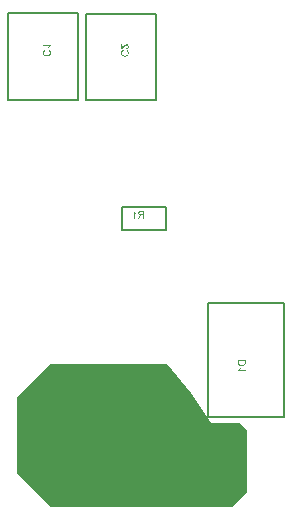
<source format=gbr>
G04*
G04 #@! TF.GenerationSoftware,Altium Limited,Altium Designer,23.10.1 (27)*
G04*
G04 Layer_Color=8388736*
%FSLAX42Y42*%
%MOMM*%
G71*
G04*
G04 #@! TF.SameCoordinates,D45A84C9-24EE-431E-81B0-E16C7BED9CBD*
G04*
G04*
G04 #@! TF.FilePolarity,Positive*
G04*
G01*
G75*
%ADD10C,0.20*%
G36*
X2688Y-2988D02*
X2858Y-3238D01*
X3099D01*
X3162Y-3302D01*
Y-3823D01*
X3035Y-3950D01*
X1499D01*
X1219Y-3670D01*
Y-3023D01*
X1499Y-2743D01*
X2489D01*
X2688Y-2988D01*
D02*
G37*
G36*
X3152Y-2731D02*
X3152Y-2733D01*
X3152Y-2735D01*
X3151Y-2736D01*
X3151Y-2738D01*
X3151Y-2739D01*
X3151Y-2740D01*
X3151Y-2740D01*
X3151Y-2741D01*
Y-2741D01*
X3150Y-2742D01*
X3150Y-2744D01*
X3149Y-2745D01*
X3149Y-2746D01*
X3148Y-2747D01*
X3148Y-2748D01*
X3148Y-2748D01*
X3148Y-2748D01*
X3147Y-2750D01*
X3146Y-2751D01*
X3145Y-2752D01*
X3144Y-2753D01*
X3143Y-2753D01*
X3142Y-2754D01*
X3142Y-2754D01*
X3142Y-2754D01*
X3140Y-2755D01*
X3139Y-2756D01*
X3137Y-2757D01*
X3136Y-2757D01*
X3134Y-2758D01*
X3133Y-2758D01*
X3133Y-2758D01*
X3133Y-2759D01*
X3133Y-2759D01*
X3133D01*
X3130Y-2759D01*
X3128Y-2760D01*
X3126Y-2760D01*
X3124Y-2760D01*
X3122Y-2760D01*
X3121D01*
X3121Y-2760D01*
X3120D01*
X3120D01*
X3120D01*
X3120D01*
X3116Y-2760D01*
X3114Y-2760D01*
X3111Y-2760D01*
X3110Y-2759D01*
X3109Y-2759D01*
X3108Y-2759D01*
X3107Y-2759D01*
X3106Y-2758D01*
X3106Y-2758D01*
X3105Y-2758D01*
X3105Y-2758D01*
X3104Y-2758D01*
X3104D01*
X3102Y-2757D01*
X3100Y-2756D01*
X3098Y-2754D01*
X3096Y-2753D01*
X3095Y-2752D01*
X3094Y-2751D01*
X3094Y-2751D01*
X3094Y-2750D01*
X3094Y-2750D01*
X3093Y-2750D01*
X3092Y-2749D01*
X3091Y-2747D01*
X3090Y-2746D01*
X3090Y-2744D01*
X3089Y-2743D01*
X3089Y-2742D01*
X3089Y-2741D01*
Y-2741D01*
X3089Y-2741D01*
Y-2741D01*
X3089Y-2739D01*
X3088Y-2737D01*
X3088Y-2736D01*
X3088Y-2734D01*
X3088Y-2732D01*
Y-2707D01*
X3152D01*
Y-2731D01*
D02*
G37*
G36*
X3111Y-2776D02*
X3110Y-2778D01*
X3109Y-2779D01*
X3109Y-2780D01*
X3108Y-2781D01*
X3108Y-2782D01*
X3107Y-2783D01*
X3107Y-2783D01*
Y-2783D01*
X3106Y-2785D01*
X3105Y-2786D01*
X3104Y-2787D01*
X3103Y-2788D01*
X3103Y-2789D01*
X3102Y-2790D01*
X3102Y-2790D01*
X3102Y-2791D01*
X3152D01*
Y-2798D01*
X3088D01*
Y-2793D01*
X3089Y-2792D01*
X3091Y-2791D01*
X3092Y-2790D01*
X3093Y-2789D01*
X3095Y-2788D01*
X3095Y-2787D01*
X3096Y-2787D01*
X3096Y-2786D01*
X3096Y-2786D01*
X3096Y-2786D01*
X3098Y-2784D01*
X3099Y-2782D01*
X3101Y-2781D01*
X3102Y-2779D01*
X3102Y-2777D01*
X3103Y-2776D01*
X3103Y-2776D01*
X3103Y-2775D01*
X3103Y-2775D01*
X3104Y-2775D01*
Y-2775D01*
X3111D01*
X3111Y-2776D01*
D02*
G37*
G36*
X1500Y-50D02*
X1499Y-51D01*
X1497Y-52D01*
X1496Y-54D01*
X1495Y-55D01*
X1494Y-56D01*
X1493Y-57D01*
X1492Y-57D01*
X1492Y-57D01*
X1492Y-57D01*
X1492Y-57D01*
X1490Y-59D01*
X1489Y-61D01*
X1488Y-63D01*
X1487Y-65D01*
X1486Y-67D01*
X1485Y-67D01*
X1485Y-68D01*
X1485Y-68D01*
X1485Y-69D01*
X1484Y-69D01*
Y-69D01*
X1477D01*
X1477Y-67D01*
X1478Y-66D01*
X1479Y-65D01*
X1479Y-63D01*
X1480Y-62D01*
X1480Y-61D01*
X1481Y-61D01*
X1481Y-61D01*
Y-61D01*
X1482Y-59D01*
X1483Y-57D01*
X1484Y-56D01*
X1485Y-55D01*
X1485Y-54D01*
X1486Y-54D01*
X1486Y-53D01*
X1486Y-53D01*
X1436D01*
Y-45D01*
X1500D01*
Y-50D01*
D02*
G37*
G36*
X1459Y-91D02*
X1457Y-91D01*
X1456Y-91D01*
X1454Y-92D01*
X1453Y-92D01*
X1452Y-93D01*
X1451Y-93D01*
X1450Y-94D01*
X1449Y-95D01*
X1449Y-95D01*
X1448Y-96D01*
X1448Y-96D01*
X1447Y-97D01*
X1447Y-97D01*
X1447Y-97D01*
X1446Y-97D01*
X1446Y-97D01*
X1446Y-98D01*
X1445Y-99D01*
X1444Y-101D01*
X1443Y-103D01*
X1443Y-105D01*
X1442Y-107D01*
X1442Y-108D01*
Y-108D01*
X1442Y-109D01*
Y-109D01*
X1442Y-111D01*
X1443Y-114D01*
X1443Y-115D01*
X1444Y-117D01*
X1444Y-118D01*
X1445Y-119D01*
X1445Y-119D01*
X1445Y-120D01*
X1445Y-120D01*
X1445Y-120D01*
Y-120D01*
X1447Y-122D01*
X1448Y-124D01*
X1450Y-125D01*
X1451Y-126D01*
X1452Y-127D01*
X1453Y-127D01*
X1454Y-127D01*
X1454Y-128D01*
X1454Y-128D01*
X1454D01*
X1457Y-128D01*
X1459Y-129D01*
X1462Y-129D01*
X1464Y-130D01*
X1465Y-130D01*
X1466Y-130D01*
X1467D01*
X1467Y-130D01*
X1468D01*
X1468D01*
X1469D01*
X1469D01*
X1471Y-130D01*
X1473Y-130D01*
X1475Y-129D01*
X1477Y-129D01*
X1479Y-129D01*
X1479Y-129D01*
X1480Y-128D01*
X1480Y-128D01*
X1481Y-128D01*
X1481Y-128D01*
X1481D01*
X1483Y-127D01*
X1485Y-126D01*
X1487Y-125D01*
X1488Y-124D01*
X1489Y-123D01*
X1490Y-122D01*
X1490Y-121D01*
X1490Y-121D01*
Y-121D01*
X1492Y-119D01*
X1493Y-117D01*
X1493Y-115D01*
X1494Y-113D01*
X1494Y-111D01*
X1494Y-111D01*
Y-110D01*
X1494Y-109D01*
Y-109D01*
X1494Y-106D01*
X1494Y-104D01*
X1493Y-103D01*
X1493Y-101D01*
X1492Y-100D01*
X1491Y-99D01*
X1491Y-98D01*
X1491Y-98D01*
X1489Y-97D01*
X1488Y-95D01*
X1486Y-94D01*
X1485Y-93D01*
X1483Y-92D01*
X1482Y-92D01*
X1482Y-92D01*
X1481Y-92D01*
X1481Y-92D01*
X1481Y-92D01*
X1481D01*
X1483Y-83D01*
X1484Y-84D01*
X1486Y-84D01*
X1487Y-85D01*
X1489Y-86D01*
X1490Y-86D01*
X1491Y-87D01*
X1492Y-88D01*
X1493Y-89D01*
X1494Y-89D01*
X1494Y-90D01*
X1495Y-91D01*
X1495Y-91D01*
X1496Y-92D01*
X1496Y-92D01*
X1496Y-92D01*
X1496Y-92D01*
X1497Y-94D01*
X1498Y-95D01*
X1499Y-96D01*
X1499Y-98D01*
X1500Y-100D01*
X1501Y-103D01*
X1501Y-104D01*
X1501Y-105D01*
X1501Y-106D01*
X1501Y-107D01*
X1501Y-108D01*
Y-109D01*
X1501Y-112D01*
X1501Y-115D01*
X1500Y-117D01*
X1500Y-118D01*
X1499Y-119D01*
X1499Y-120D01*
X1499Y-121D01*
X1498Y-122D01*
X1498Y-123D01*
X1498Y-123D01*
X1498Y-124D01*
X1498Y-124D01*
X1497Y-124D01*
X1496Y-127D01*
X1494Y-129D01*
X1492Y-131D01*
X1490Y-132D01*
X1489Y-133D01*
X1488Y-134D01*
X1487Y-134D01*
X1487Y-135D01*
X1486Y-135D01*
X1486Y-135D01*
X1486Y-135D01*
X1483Y-136D01*
X1480Y-137D01*
X1477Y-138D01*
X1475Y-138D01*
X1473Y-138D01*
X1472Y-138D01*
X1471Y-139D01*
X1470D01*
X1470Y-139D01*
X1469D01*
X1469D01*
X1469D01*
X1465Y-138D01*
X1462Y-138D01*
X1459Y-138D01*
X1458Y-137D01*
X1457Y-137D01*
X1456Y-137D01*
X1455Y-136D01*
X1454Y-136D01*
X1453Y-136D01*
X1452Y-136D01*
X1452Y-136D01*
X1452Y-135D01*
X1451D01*
X1449Y-134D01*
X1446Y-132D01*
X1444Y-131D01*
X1443Y-130D01*
X1442Y-129D01*
X1442Y-128D01*
X1441Y-128D01*
X1440Y-127D01*
X1440Y-126D01*
X1440Y-126D01*
X1439Y-126D01*
X1439Y-126D01*
X1439Y-125D01*
X1439Y-124D01*
X1438Y-123D01*
X1437Y-120D01*
X1436Y-117D01*
X1436Y-115D01*
X1435Y-113D01*
X1435Y-112D01*
X1435Y-111D01*
Y-110D01*
X1435Y-110D01*
Y-109D01*
X1435Y-107D01*
X1435Y-105D01*
X1436Y-103D01*
X1436Y-102D01*
X1436Y-100D01*
X1437Y-99D01*
X1437Y-98D01*
X1438Y-96D01*
X1438Y-95D01*
X1439Y-94D01*
X1439Y-94D01*
X1440Y-93D01*
X1440Y-92D01*
X1440Y-92D01*
X1440Y-92D01*
X1441Y-92D01*
X1442Y-90D01*
X1443Y-89D01*
X1444Y-88D01*
X1445Y-87D01*
X1448Y-86D01*
X1451Y-84D01*
X1452Y-84D01*
X1453Y-83D01*
X1454Y-83D01*
X1455Y-83D01*
X1455Y-82D01*
X1456Y-82D01*
X1456Y-82D01*
X1456D01*
X1459Y-91D01*
D02*
G37*
G36*
X2104Y-66D02*
X2106Y-65D01*
X2106Y-64D01*
X2107Y-64D01*
X2108Y-64D01*
X2108Y-63D01*
X2108Y-63D01*
X2108Y-63D01*
X2109Y-62D01*
X2109Y-62D01*
X2110Y-60D01*
X2112Y-59D01*
X2113Y-57D01*
X2114Y-56D01*
X2115Y-55D01*
X2116Y-55D01*
X2116Y-54D01*
X2116Y-54D01*
X2116Y-54D01*
X2116Y-54D01*
X2118Y-52D01*
X2119Y-51D01*
X2120Y-49D01*
X2121Y-48D01*
X2122Y-47D01*
X2123Y-46D01*
X2124Y-45D01*
X2125Y-44D01*
X2125Y-44D01*
X2126Y-43D01*
X2126Y-43D01*
X2127Y-42D01*
X2127Y-42D01*
X2128Y-42D01*
X2129Y-40D01*
X2131Y-39D01*
X2132Y-38D01*
X2133Y-38D01*
X2134Y-37D01*
X2135Y-37D01*
X2135Y-36D01*
X2136Y-36D01*
X2137Y-36D01*
X2138Y-35D01*
X2140Y-35D01*
X2141Y-35D01*
X2142Y-35D01*
X2142Y-35D01*
X2143D01*
X2143D01*
X2144Y-35D01*
X2146Y-35D01*
X2147Y-35D01*
X2148Y-36D01*
X2150Y-36D01*
X2152Y-37D01*
X2153Y-38D01*
X2154Y-38D01*
X2154Y-39D01*
X2155Y-39D01*
X2155Y-40D01*
X2156Y-40D01*
X2156Y-40D01*
X2156Y-40D01*
X2157Y-41D01*
X2157Y-42D01*
X2158Y-43D01*
X2159Y-45D01*
X2160Y-47D01*
X2160Y-49D01*
X2160Y-50D01*
X2161Y-51D01*
X2161Y-52D01*
X2161Y-53D01*
X2161Y-54D01*
Y-55D01*
X2161Y-56D01*
X2161Y-58D01*
X2160Y-59D01*
X2160Y-61D01*
X2160Y-62D01*
X2159Y-63D01*
X2159Y-64D01*
X2158Y-65D01*
X2158Y-66D01*
X2158Y-67D01*
X2157Y-68D01*
X2157Y-68D01*
X2157Y-69D01*
X2156Y-69D01*
X2156Y-69D01*
X2156Y-69D01*
X2155Y-70D01*
X2154Y-71D01*
X2153Y-72D01*
X2152Y-73D01*
X2150Y-74D01*
X2147Y-74D01*
X2146Y-75D01*
X2145Y-75D01*
X2145Y-75D01*
X2144Y-75D01*
X2143Y-75D01*
X2143D01*
X2142Y-76D01*
X2142D01*
X2142Y-67D01*
X2144Y-67D01*
X2146Y-67D01*
X2147Y-66D01*
X2148Y-66D01*
X2150Y-65D01*
X2150Y-65D01*
X2151Y-64D01*
X2151Y-64D01*
X2152Y-63D01*
X2153Y-61D01*
X2154Y-60D01*
X2154Y-58D01*
X2154Y-57D01*
X2154Y-56D01*
X2154Y-55D01*
Y-55D01*
X2154Y-53D01*
X2154Y-51D01*
X2153Y-50D01*
X2153Y-48D01*
X2152Y-47D01*
X2152Y-47D01*
X2151Y-46D01*
X2151Y-46D01*
X2150Y-45D01*
X2149Y-44D01*
X2147Y-44D01*
X2146Y-43D01*
X2145Y-43D01*
X2144Y-43D01*
X2143Y-43D01*
X2143D01*
X2143D01*
X2142Y-43D01*
X2140Y-43D01*
X2138Y-44D01*
X2137Y-45D01*
X2136Y-45D01*
X2135Y-46D01*
X2134Y-46D01*
X2134Y-46D01*
X2134Y-47D01*
X2134D01*
X2133Y-47D01*
X2132Y-48D01*
X2131Y-49D01*
X2130Y-50D01*
X2127Y-53D01*
X2125Y-55D01*
X2124Y-56D01*
X2123Y-57D01*
X2122Y-58D01*
X2122Y-59D01*
X2121Y-60D01*
X2121Y-60D01*
X2120Y-61D01*
X2120Y-61D01*
X2118Y-63D01*
X2116Y-65D01*
X2115Y-67D01*
X2113Y-68D01*
X2112Y-69D01*
X2111Y-70D01*
X2111Y-71D01*
X2111Y-71D01*
X2111D01*
X2109Y-72D01*
X2108Y-73D01*
X2106Y-74D01*
X2105Y-75D01*
X2104Y-75D01*
X2103Y-76D01*
X2102Y-76D01*
X2102Y-76D01*
X2102D01*
X2101Y-76D01*
X2100Y-77D01*
X2099Y-77D01*
X2098Y-77D01*
X2098Y-77D01*
X2097D01*
X2097D01*
X2097D01*
Y-35D01*
X2104D01*
Y-66D01*
D02*
G37*
G36*
X2119Y-92D02*
X2118Y-92D01*
X2116Y-92D01*
X2115Y-93D01*
X2114Y-93D01*
X2113Y-94D01*
X2112Y-94D01*
X2111Y-95D01*
X2110Y-96D01*
X2109Y-96D01*
X2109Y-97D01*
X2108Y-97D01*
X2108Y-98D01*
X2107Y-98D01*
X2107Y-98D01*
X2107Y-98D01*
X2107Y-98D01*
X2106Y-99D01*
X2105Y-100D01*
X2104Y-102D01*
X2104Y-104D01*
X2103Y-106D01*
X2103Y-108D01*
X2103Y-109D01*
Y-109D01*
X2103Y-110D01*
Y-110D01*
X2103Y-113D01*
X2103Y-115D01*
X2104Y-116D01*
X2104Y-118D01*
X2105Y-119D01*
X2105Y-120D01*
X2105Y-120D01*
X2105Y-121D01*
X2106Y-121D01*
X2106Y-121D01*
Y-121D01*
X2107Y-123D01*
X2108Y-125D01*
X2110Y-126D01*
X2111Y-127D01*
X2113Y-128D01*
X2114Y-128D01*
X2114Y-128D01*
X2115Y-129D01*
X2115Y-129D01*
X2115D01*
X2117Y-129D01*
X2120Y-130D01*
X2122Y-130D01*
X2124Y-131D01*
X2125Y-131D01*
X2126Y-131D01*
X2127D01*
X2128Y-131D01*
X2128D01*
X2129D01*
X2129D01*
X2129D01*
X2131Y-131D01*
X2134Y-131D01*
X2136Y-130D01*
X2138Y-130D01*
X2139Y-130D01*
X2140Y-130D01*
X2140Y-129D01*
X2141Y-129D01*
X2141Y-129D01*
X2141Y-129D01*
X2141D01*
X2143Y-128D01*
X2145Y-127D01*
X2147Y-126D01*
X2148Y-125D01*
X2149Y-124D01*
X2150Y-123D01*
X2151Y-122D01*
X2151Y-122D01*
Y-122D01*
X2152Y-120D01*
X2153Y-118D01*
X2154Y-116D01*
X2154Y-114D01*
X2154Y-112D01*
X2154Y-112D01*
Y-111D01*
X2154Y-110D01*
Y-110D01*
X2154Y-107D01*
X2154Y-105D01*
X2153Y-104D01*
X2153Y-102D01*
X2152Y-101D01*
X2152Y-100D01*
X2151Y-99D01*
X2151Y-99D01*
X2150Y-98D01*
X2148Y-96D01*
X2147Y-95D01*
X2145Y-94D01*
X2143Y-93D01*
X2143Y-93D01*
X2142Y-93D01*
X2142Y-93D01*
X2141Y-93D01*
X2141Y-93D01*
X2141D01*
X2143Y-84D01*
X2145Y-85D01*
X2146Y-85D01*
X2148Y-86D01*
X2149Y-87D01*
X2150Y-87D01*
X2151Y-88D01*
X2152Y-89D01*
X2153Y-90D01*
X2154Y-91D01*
X2155Y-91D01*
X2155Y-92D01*
X2156Y-92D01*
X2156Y-93D01*
X2157Y-93D01*
X2157Y-93D01*
X2157Y-93D01*
X2158Y-95D01*
X2158Y-96D01*
X2159Y-97D01*
X2160Y-99D01*
X2160Y-101D01*
X2161Y-104D01*
X2161Y-105D01*
X2161Y-106D01*
X2162Y-107D01*
X2162Y-108D01*
X2162Y-109D01*
Y-110D01*
X2162Y-113D01*
X2161Y-116D01*
X2160Y-118D01*
X2160Y-119D01*
X2160Y-120D01*
X2159Y-121D01*
X2159Y-122D01*
X2159Y-123D01*
X2158Y-124D01*
X2158Y-124D01*
X2158Y-125D01*
X2158Y-125D01*
X2158Y-125D01*
X2156Y-128D01*
X2154Y-130D01*
X2153Y-132D01*
X2151Y-133D01*
X2149Y-134D01*
X2148Y-135D01*
X2148Y-135D01*
X2147Y-136D01*
X2147Y-136D01*
X2147Y-136D01*
X2146Y-136D01*
X2144Y-137D01*
X2141Y-138D01*
X2138Y-139D01*
X2135Y-139D01*
X2134Y-139D01*
X2133Y-140D01*
X2132Y-140D01*
X2131D01*
X2130Y-140D01*
X2130D01*
X2129D01*
X2129D01*
X2126Y-140D01*
X2122Y-139D01*
X2120Y-139D01*
X2118Y-138D01*
X2117Y-138D01*
X2116Y-138D01*
X2115Y-137D01*
X2114Y-137D01*
X2113Y-137D01*
X2113Y-137D01*
X2112Y-137D01*
X2112Y-136D01*
X2112D01*
X2109Y-135D01*
X2107Y-133D01*
X2104Y-132D01*
X2104Y-131D01*
X2103Y-130D01*
X2102Y-129D01*
X2101Y-129D01*
X2101Y-128D01*
X2100Y-127D01*
X2100Y-127D01*
X2100Y-127D01*
X2100Y-127D01*
X2100Y-126D01*
X2099Y-125D01*
X2098Y-124D01*
X2097Y-121D01*
X2097Y-118D01*
X2096Y-116D01*
X2096Y-114D01*
X2096Y-113D01*
X2096Y-112D01*
Y-111D01*
X2095Y-111D01*
Y-110D01*
X2096Y-108D01*
X2096Y-106D01*
X2096Y-104D01*
X2096Y-103D01*
X2097Y-101D01*
X2097Y-100D01*
X2098Y-99D01*
X2098Y-97D01*
X2099Y-96D01*
X2099Y-95D01*
X2100Y-95D01*
X2100Y-94D01*
X2100Y-93D01*
X2101Y-93D01*
X2101Y-93D01*
X2101Y-93D01*
X2102Y-91D01*
X2103Y-90D01*
X2104Y-89D01*
X2106Y-88D01*
X2108Y-87D01*
X2111Y-85D01*
X2112Y-85D01*
X2113Y-84D01*
X2114Y-84D01*
X2115Y-84D01*
X2116Y-83D01*
X2116Y-83D01*
X2117Y-83D01*
X2117D01*
X2119Y-92D01*
D02*
G37*
G36*
X2208Y-1449D02*
X2209Y-1450D01*
X2210Y-1452D01*
X2212Y-1453D01*
X2213Y-1454D01*
X2213Y-1455D01*
X2214Y-1455D01*
X2214Y-1455D01*
X2214Y-1456D01*
X2214Y-1456D01*
X2216Y-1457D01*
X2218Y-1459D01*
X2220Y-1460D01*
X2222Y-1461D01*
X2223Y-1462D01*
X2224Y-1462D01*
X2225Y-1463D01*
X2225Y-1463D01*
X2226Y-1463D01*
X2226Y-1463D01*
X2226D01*
Y-1471D01*
X2224Y-1470D01*
X2223Y-1470D01*
X2222Y-1469D01*
X2220Y-1468D01*
X2219Y-1468D01*
X2218Y-1467D01*
X2218Y-1467D01*
X2218Y-1467D01*
X2218D01*
X2216Y-1466D01*
X2214Y-1465D01*
X2213Y-1464D01*
X2212Y-1463D01*
X2211Y-1462D01*
X2211Y-1462D01*
X2210Y-1461D01*
X2210Y-1461D01*
Y-1511D01*
X2202D01*
Y-1447D01*
X2207D01*
X2208Y-1449D01*
D02*
G37*
G36*
X2293Y-1511D02*
X2284D01*
Y-1483D01*
X2274D01*
X2273Y-1483D01*
X2272D01*
X2271Y-1483D01*
X2271Y-1483D01*
X2270D01*
X2270Y-1483D01*
X2270D01*
X2269Y-1484D01*
X2268Y-1484D01*
X2267Y-1484D01*
X2267Y-1485D01*
X2266Y-1485D01*
X2266Y-1485D01*
X2266Y-1485D01*
X2265Y-1486D01*
X2265Y-1486D01*
X2263Y-1488D01*
X2263Y-1488D01*
X2262Y-1489D01*
X2262Y-1489D01*
X2262Y-1489D01*
X2261Y-1490D01*
X2260Y-1492D01*
X2259Y-1493D01*
X2258Y-1495D01*
X2257Y-1496D01*
X2256Y-1497D01*
X2256Y-1497D01*
X2256Y-1498D01*
X2256Y-1498D01*
Y-1498D01*
X2247Y-1511D01*
X2237D01*
X2248Y-1494D01*
X2249Y-1492D01*
X2250Y-1490D01*
X2251Y-1489D01*
X2253Y-1488D01*
X2253Y-1487D01*
X2254Y-1486D01*
X2255Y-1486D01*
X2255Y-1485D01*
X2256Y-1485D01*
X2256Y-1484D01*
X2258Y-1483D01*
X2259Y-1483D01*
X2259Y-1482D01*
X2260Y-1482D01*
X2260Y-1482D01*
X2258Y-1482D01*
X2257Y-1482D01*
X2255Y-1481D01*
X2254Y-1481D01*
X2253Y-1480D01*
X2252Y-1480D01*
X2251Y-1479D01*
X2250Y-1479D01*
X2249Y-1478D01*
X2248Y-1478D01*
X2248Y-1477D01*
X2247Y-1477D01*
X2247Y-1477D01*
X2246Y-1477D01*
X2246Y-1476D01*
X2246Y-1476D01*
X2246Y-1475D01*
X2245Y-1475D01*
X2244Y-1473D01*
X2243Y-1471D01*
X2242Y-1469D01*
X2242Y-1467D01*
X2242Y-1467D01*
Y-1466D01*
X2242Y-1465D01*
Y-1465D01*
Y-1465D01*
Y-1465D01*
X2242Y-1463D01*
X2242Y-1461D01*
X2243Y-1459D01*
X2243Y-1458D01*
X2244Y-1457D01*
X2244Y-1456D01*
X2244Y-1455D01*
X2245Y-1455D01*
Y-1455D01*
X2246Y-1454D01*
X2247Y-1452D01*
X2248Y-1451D01*
X2249Y-1450D01*
X2250Y-1450D01*
X2251Y-1449D01*
X2251Y-1449D01*
X2252Y-1449D01*
X2252D01*
X2253Y-1449D01*
X2254Y-1449D01*
X2256Y-1448D01*
X2258Y-1448D01*
X2260Y-1448D01*
X2262Y-1447D01*
X2263D01*
X2263Y-1447D01*
X2293D01*
Y-1511D01*
D02*
G37*
%LPC*%
G36*
X3144Y-2716D02*
X3095D01*
Y-2731D01*
X3096Y-2732D01*
Y-2733D01*
X3096Y-2734D01*
X3096Y-2736D01*
X3096Y-2738D01*
X3096Y-2739D01*
X3097Y-2740D01*
X3097Y-2740D01*
X3097Y-2740D01*
X3098Y-2742D01*
X3099Y-2744D01*
X3100Y-2745D01*
X3101Y-2746D01*
X3102Y-2747D01*
X3103Y-2748D01*
X3103Y-2748D01*
X3104Y-2748D01*
X3104Y-2748D01*
X3104D01*
X3105Y-2749D01*
X3106Y-2749D01*
X3109Y-2750D01*
X3111Y-2751D01*
X3114Y-2751D01*
X3115Y-2751D01*
X3116Y-2752D01*
X3117Y-2752D01*
X3118D01*
X3118Y-2752D01*
X3119D01*
X3119D01*
X3119D01*
X3122Y-2752D01*
X3124Y-2751D01*
X3127Y-2751D01*
X3128Y-2751D01*
X3129Y-2751D01*
X3130Y-2750D01*
X3130Y-2750D01*
X3131Y-2750D01*
X3131Y-2750D01*
X3132Y-2750D01*
X3132Y-2750D01*
X3132D01*
X3134Y-2749D01*
X3135Y-2749D01*
X3137Y-2748D01*
X3138Y-2747D01*
X3139Y-2746D01*
X3139Y-2746D01*
X3140Y-2745D01*
X3140Y-2745D01*
X3141Y-2744D01*
X3141Y-2743D01*
X3142Y-2743D01*
X3142Y-2742D01*
X3143Y-2741D01*
X3143Y-2740D01*
X3143Y-2740D01*
X3143Y-2739D01*
X3144Y-2738D01*
X3144Y-2736D01*
X3144Y-2735D01*
X3144Y-2733D01*
X3144Y-2732D01*
X3144Y-2731D01*
Y-2716D01*
D02*
G37*
G36*
X2284Y-1454D02*
X2264D01*
X2262Y-1455D01*
X2260Y-1455D01*
X2258Y-1455D01*
X2256Y-1456D01*
X2255Y-1456D01*
X2255Y-1457D01*
X2254Y-1457D01*
X2254Y-1457D01*
X2253Y-1459D01*
X2252Y-1460D01*
X2251Y-1461D01*
X2251Y-1462D01*
X2251Y-1463D01*
X2251Y-1464D01*
X2251Y-1465D01*
Y-1465D01*
Y-1465D01*
X2251Y-1466D01*
X2251Y-1467D01*
X2251Y-1468D01*
X2251Y-1469D01*
X2252Y-1470D01*
X2252Y-1470D01*
X2252Y-1471D01*
X2252Y-1471D01*
X2253Y-1472D01*
X2254Y-1472D01*
X2255Y-1473D01*
X2255Y-1474D01*
X2256Y-1474D01*
X2257Y-1474D01*
X2257Y-1474D01*
X2257Y-1475D01*
X2259Y-1475D01*
X2260Y-1475D01*
X2262Y-1475D01*
X2263Y-1475D01*
X2264Y-1476D01*
X2265Y-1476D01*
X2284D01*
Y-1454D01*
D02*
G37*
%LPD*%
D10*
X2831Y-3188D02*
Y-2227D01*
Y-3188D02*
X3473D01*
Y-2227D01*
X2831D02*
X3473D01*
X1140Y-504D02*
X1730D01*
X1140D02*
Y226D01*
X1730D01*
Y-504D02*
Y226D01*
X1800Y-505D02*
X2391D01*
X1800D02*
Y225D01*
X2391D01*
Y-505D02*
Y225D01*
X2479Y-1606D02*
Y-1416D01*
X2107Y-1606D02*
X2479D01*
X2107D02*
Y-1416D01*
X2479D01*
M02*

</source>
